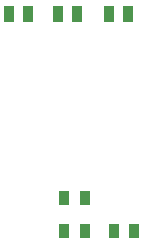
<source format=gbr>
G04 Layer_Color=8421504*
%FSLAX26Y26*%
%MOIN*%
%TF.FileFunction,Paste,Top*%
%TF.Part,Single*%
G01*
G75*
%TA.AperFunction,SMDPad,CuDef*%
%ADD10R,0.037402X0.053150*%
%ADD11R,0.033465X0.051181*%
D10*
X844740Y598992D02*
D03*
X781748D02*
D03*
X1006976D02*
D03*
X943984D02*
D03*
X1176976Y601229D02*
D03*
X1113985D02*
D03*
D11*
X1033464Y-15000D02*
D03*
X966536D02*
D03*
X1132224Y-125000D02*
D03*
X1199152D02*
D03*
X1033464D02*
D03*
X966536D02*
D03*
%TF.MD5,fb4914dfcf7c102fa3b37bc7dd08bbb1*%
M02*

</source>
